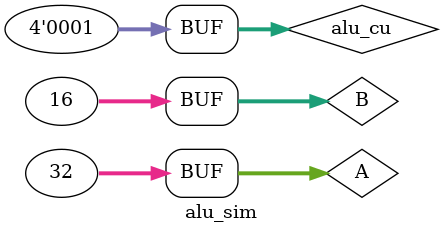
<source format=v>
`timescale 1ns / 1ps


module alu_sim;
    reg [31:0] A;
    reg [31:0] B; 
    reg [3:0] alu_cu;
    wire [31:0] res;
    //wire Z,
   // wire V,
   // wire N
    
    
    ALU uut(
    .A(A),
    .B(B),
    .alu_cu(alu_cu),
    .res(res)
    //.Z(Z),
   // .V(V),
    //.N(N)
    );
    
    initial begin
    A = 8'h00000020;
    B = 8'h00000010;
    alu_cu = 4'b0000;
    end
    
    always begin
    #50; alu_cu = 4'b0001;
    end
    
endmodule

</source>
